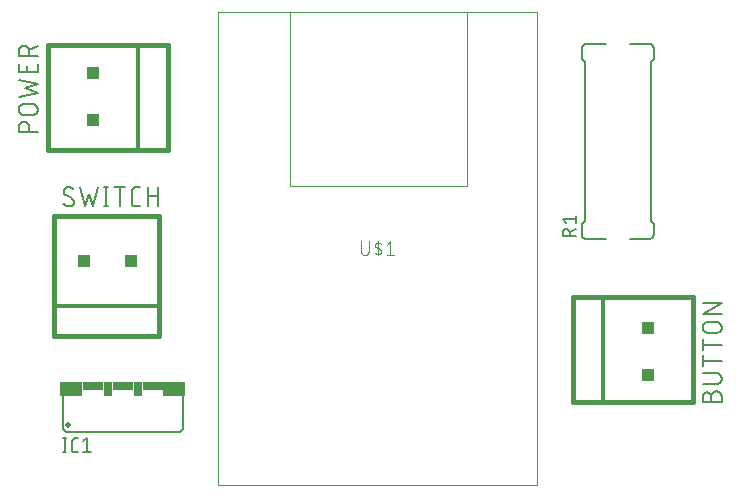
<source format=gbr>
G04 EAGLE Gerber RS-274X export*
G75*
%MOMM*%
%FSLAX34Y34*%
%LPD*%
%INSilkscreen Top*%
%IPPOS*%
%AMOC8*
5,1,8,0,0,1.08239X$1,22.5*%
G01*
%ADD10C,0.100000*%
%ADD11C,0.101600*%
%ADD12C,0.406400*%
%ADD13C,0.304800*%
%ADD14R,1.016000X1.016000*%
%ADD15C,0.152400*%
%ADD16C,0.127000*%
%ADD17C,0.508000*%
%ADD18R,1.906781X1.270419*%
%ADD19R,1.783309X0.763181*%
%ADD20R,0.764781X1.272141*%
%ADD21R,1.779569X0.763344*%
%ADD22R,0.761613X1.270559*%
%ADD23R,1.775409X0.763194*%
%ADD24R,1.900850X1.271541*%


D10*
X119000Y572900D02*
X389000Y572900D01*
X389000Y972900D01*
X119000Y972900D01*
X119000Y572900D01*
X179700Y825500D02*
X179700Y972900D01*
X329700Y972900D02*
X329700Y825500D01*
X179700Y825500D01*
D11*
X239896Y778742D02*
X239896Y770304D01*
X239898Y770191D01*
X239904Y770078D01*
X239914Y769965D01*
X239928Y769852D01*
X239945Y769740D01*
X239967Y769629D01*
X239992Y769519D01*
X240022Y769409D01*
X240055Y769301D01*
X240092Y769194D01*
X240132Y769088D01*
X240177Y768984D01*
X240225Y768881D01*
X240276Y768780D01*
X240331Y768681D01*
X240389Y768584D01*
X240451Y768489D01*
X240516Y768396D01*
X240584Y768306D01*
X240655Y768218D01*
X240730Y768132D01*
X240807Y768049D01*
X240887Y767969D01*
X240970Y767892D01*
X241056Y767817D01*
X241144Y767746D01*
X241234Y767678D01*
X241327Y767613D01*
X241422Y767551D01*
X241519Y767493D01*
X241618Y767438D01*
X241719Y767387D01*
X241822Y767339D01*
X241926Y767294D01*
X242032Y767254D01*
X242139Y767217D01*
X242247Y767184D01*
X242357Y767154D01*
X242467Y767129D01*
X242578Y767107D01*
X242690Y767090D01*
X242803Y767076D01*
X242916Y767066D01*
X243029Y767060D01*
X243142Y767058D01*
X243255Y767060D01*
X243368Y767066D01*
X243481Y767076D01*
X243594Y767090D01*
X243706Y767107D01*
X243817Y767129D01*
X243927Y767154D01*
X244037Y767184D01*
X244145Y767217D01*
X244252Y767254D01*
X244358Y767294D01*
X244462Y767339D01*
X244565Y767387D01*
X244666Y767438D01*
X244765Y767493D01*
X244862Y767551D01*
X244957Y767613D01*
X245050Y767678D01*
X245140Y767746D01*
X245228Y767817D01*
X245314Y767892D01*
X245397Y767969D01*
X245477Y768049D01*
X245554Y768132D01*
X245629Y768218D01*
X245700Y768306D01*
X245768Y768396D01*
X245833Y768489D01*
X245895Y768584D01*
X245953Y768681D01*
X246008Y768780D01*
X246059Y768881D01*
X246107Y768984D01*
X246152Y769088D01*
X246192Y769194D01*
X246229Y769301D01*
X246262Y769409D01*
X246292Y769519D01*
X246317Y769629D01*
X246339Y769740D01*
X246356Y769852D01*
X246370Y769965D01*
X246380Y770078D01*
X246386Y770191D01*
X246388Y770304D01*
X246387Y770304D02*
X246387Y778742D01*
X254191Y778742D02*
X254191Y767058D01*
X254191Y772900D02*
X252568Y773874D01*
X252567Y773873D02*
X252494Y773920D01*
X252423Y773969D01*
X252353Y774022D01*
X252287Y774078D01*
X252223Y774137D01*
X252161Y774198D01*
X252103Y774262D01*
X252047Y774329D01*
X251995Y774398D01*
X251945Y774470D01*
X251899Y774544D01*
X251856Y774619D01*
X251817Y774697D01*
X251781Y774776D01*
X251749Y774857D01*
X251720Y774939D01*
X251695Y775022D01*
X251674Y775106D01*
X251657Y775191D01*
X251643Y775277D01*
X251634Y775363D01*
X251628Y775450D01*
X251626Y775537D01*
X251628Y775624D01*
X251634Y775711D01*
X251644Y775797D01*
X251657Y775883D01*
X251675Y775968D01*
X251696Y776052D01*
X251721Y776135D01*
X251750Y776218D01*
X251782Y776298D01*
X251818Y776377D01*
X251857Y776455D01*
X251900Y776530D01*
X251947Y776604D01*
X251996Y776675D01*
X252049Y776745D01*
X252104Y776811D01*
X252163Y776875D01*
X252224Y776937D01*
X252289Y776996D01*
X252355Y777051D01*
X252424Y777104D01*
X252496Y777154D01*
X252569Y777200D01*
X252645Y777243D01*
X252722Y777282D01*
X252801Y777318D01*
X252882Y777351D01*
X252964Y777379D01*
X253047Y777405D01*
X253131Y777426D01*
X253217Y777443D01*
X253217Y777444D02*
X253357Y777468D01*
X253499Y777488D01*
X253640Y777504D01*
X253782Y777515D01*
X253925Y777523D01*
X254067Y777527D01*
X254210Y777528D01*
X254353Y777524D01*
X254495Y777516D01*
X254637Y777504D01*
X254779Y777488D01*
X254920Y777469D01*
X255061Y777445D01*
X255201Y777418D01*
X255340Y777386D01*
X255478Y777351D01*
X255616Y777312D01*
X255752Y777269D01*
X255886Y777223D01*
X256020Y777172D01*
X256152Y777119D01*
X256282Y777061D01*
X256411Y777000D01*
X256538Y776935D01*
X256664Y776867D01*
X256787Y776795D01*
X254191Y772900D02*
X255813Y771926D01*
X255814Y771927D02*
X255887Y771880D01*
X255958Y771831D01*
X256028Y771778D01*
X256094Y771722D01*
X256158Y771663D01*
X256220Y771602D01*
X256278Y771538D01*
X256334Y771471D01*
X256386Y771402D01*
X256436Y771330D01*
X256482Y771256D01*
X256525Y771181D01*
X256564Y771103D01*
X256600Y771024D01*
X256632Y770943D01*
X256661Y770861D01*
X256686Y770778D01*
X256707Y770694D01*
X256724Y770609D01*
X256738Y770523D01*
X256747Y770437D01*
X256753Y770350D01*
X256755Y770263D01*
X256753Y770176D01*
X256747Y770089D01*
X256737Y770003D01*
X256724Y769917D01*
X256706Y769832D01*
X256685Y769748D01*
X256660Y769665D01*
X256631Y769582D01*
X256599Y769502D01*
X256563Y769423D01*
X256524Y769345D01*
X256481Y769270D01*
X256434Y769196D01*
X256385Y769125D01*
X256332Y769055D01*
X256277Y768989D01*
X256218Y768925D01*
X256157Y768863D01*
X256092Y768804D01*
X256026Y768749D01*
X255957Y768696D01*
X255885Y768646D01*
X255812Y768600D01*
X255736Y768557D01*
X255659Y768518D01*
X255580Y768482D01*
X255499Y768449D01*
X255417Y768421D01*
X255334Y768395D01*
X255250Y768374D01*
X255165Y768357D01*
X255164Y768356D02*
X255024Y768332D01*
X254882Y768312D01*
X254741Y768296D01*
X254599Y768285D01*
X254456Y768277D01*
X254314Y768273D01*
X254171Y768272D01*
X254028Y768276D01*
X253886Y768284D01*
X253744Y768296D01*
X253602Y768312D01*
X253461Y768331D01*
X253320Y768355D01*
X253180Y768382D01*
X253041Y768414D01*
X252903Y768449D01*
X252765Y768488D01*
X252629Y768531D01*
X252495Y768577D01*
X252361Y768628D01*
X252229Y768681D01*
X252099Y768739D01*
X251970Y768800D01*
X251843Y768865D01*
X251717Y768933D01*
X251594Y769005D01*
X261613Y776146D02*
X264858Y778742D01*
X264858Y767058D01*
X261613Y767058D02*
X268104Y767058D01*
D12*
X76200Y855980D02*
X50800Y855980D01*
X-25400Y855980D01*
X-25400Y944880D01*
X76200Y944880D02*
X76200Y855980D01*
D13*
X50800Y855980D02*
X50800Y944880D01*
D12*
X-25400Y944880D01*
X50800Y944880D02*
X76200Y944880D01*
D14*
X12700Y881888D03*
X12700Y921512D03*
D15*
X-33782Y871105D02*
X-50038Y871105D01*
X-50038Y875621D01*
X-50036Y875754D01*
X-50030Y875886D01*
X-50020Y876018D01*
X-50007Y876150D01*
X-49989Y876282D01*
X-49968Y876412D01*
X-49943Y876543D01*
X-49914Y876672D01*
X-49881Y876800D01*
X-49845Y876928D01*
X-49805Y877054D01*
X-49761Y877179D01*
X-49713Y877303D01*
X-49662Y877425D01*
X-49607Y877546D01*
X-49549Y877665D01*
X-49487Y877783D01*
X-49422Y877898D01*
X-49353Y878012D01*
X-49282Y878123D01*
X-49206Y878232D01*
X-49128Y878339D01*
X-49047Y878444D01*
X-48962Y878546D01*
X-48875Y878646D01*
X-48785Y878743D01*
X-48692Y878838D01*
X-48596Y878929D01*
X-48498Y879018D01*
X-48397Y879104D01*
X-48293Y879187D01*
X-48187Y879267D01*
X-48079Y879343D01*
X-47969Y879417D01*
X-47856Y879487D01*
X-47742Y879554D01*
X-47625Y879617D01*
X-47507Y879677D01*
X-47387Y879734D01*
X-47265Y879787D01*
X-47142Y879836D01*
X-47018Y879882D01*
X-46892Y879924D01*
X-46765Y879962D01*
X-46637Y879997D01*
X-46508Y880028D01*
X-46379Y880055D01*
X-46248Y880078D01*
X-46117Y880098D01*
X-45985Y880113D01*
X-45853Y880125D01*
X-45721Y880133D01*
X-45588Y880137D01*
X-45456Y880137D01*
X-45323Y880133D01*
X-45191Y880125D01*
X-45059Y880113D01*
X-44927Y880098D01*
X-44796Y880078D01*
X-44665Y880055D01*
X-44536Y880028D01*
X-44407Y879997D01*
X-44279Y879962D01*
X-44152Y879924D01*
X-44026Y879882D01*
X-43902Y879836D01*
X-43779Y879787D01*
X-43657Y879734D01*
X-43537Y879677D01*
X-43419Y879617D01*
X-43302Y879554D01*
X-43188Y879487D01*
X-43075Y879417D01*
X-42965Y879343D01*
X-42857Y879267D01*
X-42751Y879187D01*
X-42647Y879104D01*
X-42546Y879018D01*
X-42448Y878929D01*
X-42352Y878838D01*
X-42259Y878743D01*
X-42169Y878646D01*
X-42082Y878546D01*
X-41997Y878444D01*
X-41916Y878339D01*
X-41838Y878232D01*
X-41762Y878123D01*
X-41691Y878012D01*
X-41622Y877898D01*
X-41557Y877783D01*
X-41495Y877665D01*
X-41437Y877546D01*
X-41382Y877425D01*
X-41331Y877303D01*
X-41283Y877179D01*
X-41239Y877054D01*
X-41199Y876928D01*
X-41163Y876800D01*
X-41130Y876672D01*
X-41101Y876543D01*
X-41076Y876412D01*
X-41055Y876282D01*
X-41037Y876150D01*
X-41024Y876018D01*
X-41014Y875886D01*
X-41008Y875754D01*
X-41006Y875621D01*
X-41007Y875621D02*
X-41007Y871105D01*
X-38298Y886004D02*
X-45522Y886004D01*
X-45655Y886006D01*
X-45787Y886012D01*
X-45919Y886022D01*
X-46051Y886035D01*
X-46183Y886053D01*
X-46313Y886074D01*
X-46444Y886099D01*
X-46573Y886128D01*
X-46701Y886161D01*
X-46829Y886197D01*
X-46955Y886237D01*
X-47080Y886281D01*
X-47204Y886329D01*
X-47326Y886380D01*
X-47447Y886435D01*
X-47566Y886493D01*
X-47684Y886555D01*
X-47799Y886620D01*
X-47913Y886689D01*
X-48024Y886760D01*
X-48133Y886836D01*
X-48240Y886914D01*
X-48345Y886995D01*
X-48447Y887080D01*
X-48547Y887167D01*
X-48644Y887257D01*
X-48739Y887350D01*
X-48830Y887446D01*
X-48919Y887544D01*
X-49005Y887645D01*
X-49088Y887749D01*
X-49168Y887855D01*
X-49244Y887963D01*
X-49318Y888073D01*
X-49388Y888186D01*
X-49455Y888300D01*
X-49518Y888417D01*
X-49578Y888535D01*
X-49635Y888655D01*
X-49688Y888777D01*
X-49737Y888900D01*
X-49783Y889024D01*
X-49825Y889150D01*
X-49863Y889277D01*
X-49898Y889405D01*
X-49929Y889534D01*
X-49956Y889663D01*
X-49979Y889794D01*
X-49999Y889925D01*
X-50014Y890057D01*
X-50026Y890189D01*
X-50034Y890321D01*
X-50038Y890454D01*
X-50038Y890586D01*
X-50034Y890719D01*
X-50026Y890851D01*
X-50014Y890983D01*
X-49999Y891115D01*
X-49979Y891246D01*
X-49956Y891377D01*
X-49929Y891506D01*
X-49898Y891635D01*
X-49863Y891763D01*
X-49825Y891890D01*
X-49783Y892016D01*
X-49737Y892140D01*
X-49688Y892263D01*
X-49635Y892385D01*
X-49578Y892505D01*
X-49518Y892623D01*
X-49455Y892740D01*
X-49388Y892854D01*
X-49318Y892967D01*
X-49244Y893077D01*
X-49168Y893185D01*
X-49088Y893291D01*
X-49005Y893395D01*
X-48919Y893496D01*
X-48830Y893594D01*
X-48739Y893690D01*
X-48644Y893783D01*
X-48547Y893873D01*
X-48447Y893960D01*
X-48345Y894045D01*
X-48240Y894126D01*
X-48133Y894204D01*
X-48024Y894280D01*
X-47913Y894351D01*
X-47799Y894420D01*
X-47684Y894485D01*
X-47566Y894547D01*
X-47447Y894605D01*
X-47326Y894660D01*
X-47204Y894711D01*
X-47080Y894759D01*
X-46955Y894803D01*
X-46829Y894843D01*
X-46701Y894879D01*
X-46573Y894912D01*
X-46444Y894941D01*
X-46313Y894966D01*
X-46183Y894987D01*
X-46051Y895005D01*
X-45919Y895018D01*
X-45787Y895028D01*
X-45655Y895034D01*
X-45522Y895036D01*
X-38298Y895036D01*
X-38165Y895034D01*
X-38033Y895028D01*
X-37901Y895018D01*
X-37769Y895005D01*
X-37637Y894987D01*
X-37507Y894966D01*
X-37376Y894941D01*
X-37247Y894912D01*
X-37119Y894879D01*
X-36991Y894843D01*
X-36865Y894803D01*
X-36740Y894759D01*
X-36616Y894711D01*
X-36494Y894660D01*
X-36373Y894605D01*
X-36254Y894547D01*
X-36136Y894485D01*
X-36021Y894420D01*
X-35907Y894351D01*
X-35796Y894280D01*
X-35687Y894204D01*
X-35580Y894126D01*
X-35475Y894045D01*
X-35373Y893960D01*
X-35273Y893873D01*
X-35176Y893783D01*
X-35081Y893690D01*
X-34990Y893594D01*
X-34901Y893496D01*
X-34815Y893395D01*
X-34732Y893291D01*
X-34652Y893185D01*
X-34576Y893077D01*
X-34502Y892967D01*
X-34432Y892854D01*
X-34365Y892740D01*
X-34302Y892623D01*
X-34242Y892505D01*
X-34185Y892385D01*
X-34132Y892263D01*
X-34083Y892140D01*
X-34037Y892016D01*
X-33995Y891890D01*
X-33957Y891763D01*
X-33922Y891635D01*
X-33891Y891506D01*
X-33864Y891377D01*
X-33841Y891246D01*
X-33821Y891115D01*
X-33806Y890983D01*
X-33794Y890851D01*
X-33786Y890719D01*
X-33782Y890586D01*
X-33782Y890454D01*
X-33786Y890321D01*
X-33794Y890189D01*
X-33806Y890057D01*
X-33821Y889925D01*
X-33841Y889794D01*
X-33864Y889663D01*
X-33891Y889534D01*
X-33922Y889405D01*
X-33957Y889277D01*
X-33995Y889150D01*
X-34037Y889024D01*
X-34083Y888900D01*
X-34132Y888777D01*
X-34185Y888655D01*
X-34242Y888535D01*
X-34302Y888417D01*
X-34365Y888300D01*
X-34432Y888186D01*
X-34502Y888073D01*
X-34576Y887963D01*
X-34652Y887855D01*
X-34732Y887749D01*
X-34815Y887645D01*
X-34901Y887544D01*
X-34990Y887446D01*
X-35081Y887350D01*
X-35176Y887257D01*
X-35273Y887167D01*
X-35373Y887080D01*
X-35475Y886995D01*
X-35580Y886914D01*
X-35687Y886836D01*
X-35796Y886760D01*
X-35907Y886689D01*
X-36021Y886620D01*
X-36136Y886555D01*
X-36254Y886493D01*
X-36373Y886435D01*
X-36494Y886380D01*
X-36616Y886329D01*
X-36740Y886281D01*
X-36865Y886237D01*
X-36991Y886197D01*
X-37119Y886161D01*
X-37247Y886128D01*
X-37376Y886099D01*
X-37507Y886074D01*
X-37637Y886053D01*
X-37769Y886035D01*
X-37901Y886022D01*
X-38033Y886012D01*
X-38165Y886006D01*
X-38298Y886004D01*
X-50038Y901011D02*
X-33782Y904623D01*
X-44619Y908235D01*
X-33782Y911848D01*
X-50038Y915460D01*
X-33782Y921986D02*
X-33782Y929211D01*
X-33782Y921986D02*
X-50038Y921986D01*
X-50038Y929211D01*
X-42813Y927405D02*
X-42813Y921986D01*
X-50038Y935595D02*
X-33782Y935595D01*
X-50038Y935595D02*
X-50038Y940110D01*
X-50036Y940243D01*
X-50030Y940375D01*
X-50020Y940507D01*
X-50007Y940639D01*
X-49989Y940771D01*
X-49968Y940901D01*
X-49943Y941032D01*
X-49914Y941161D01*
X-49881Y941289D01*
X-49845Y941417D01*
X-49805Y941543D01*
X-49761Y941668D01*
X-49713Y941792D01*
X-49662Y941914D01*
X-49607Y942035D01*
X-49549Y942154D01*
X-49487Y942272D01*
X-49422Y942387D01*
X-49353Y942501D01*
X-49282Y942612D01*
X-49206Y942721D01*
X-49128Y942828D01*
X-49047Y942933D01*
X-48962Y943035D01*
X-48875Y943135D01*
X-48785Y943232D01*
X-48692Y943327D01*
X-48596Y943418D01*
X-48498Y943507D01*
X-48397Y943593D01*
X-48293Y943676D01*
X-48187Y943756D01*
X-48079Y943832D01*
X-47969Y943906D01*
X-47856Y943976D01*
X-47742Y944043D01*
X-47625Y944106D01*
X-47507Y944166D01*
X-47387Y944223D01*
X-47265Y944276D01*
X-47142Y944325D01*
X-47018Y944371D01*
X-46892Y944413D01*
X-46765Y944451D01*
X-46637Y944486D01*
X-46508Y944517D01*
X-46379Y944544D01*
X-46248Y944567D01*
X-46117Y944587D01*
X-45985Y944602D01*
X-45853Y944614D01*
X-45721Y944622D01*
X-45588Y944626D01*
X-45456Y944626D01*
X-45323Y944622D01*
X-45191Y944614D01*
X-45059Y944602D01*
X-44927Y944587D01*
X-44796Y944567D01*
X-44665Y944544D01*
X-44536Y944517D01*
X-44407Y944486D01*
X-44279Y944451D01*
X-44152Y944413D01*
X-44026Y944371D01*
X-43902Y944325D01*
X-43779Y944276D01*
X-43657Y944223D01*
X-43537Y944166D01*
X-43419Y944106D01*
X-43302Y944043D01*
X-43188Y943976D01*
X-43075Y943906D01*
X-42965Y943832D01*
X-42857Y943756D01*
X-42751Y943676D01*
X-42647Y943593D01*
X-42546Y943507D01*
X-42448Y943418D01*
X-42352Y943327D01*
X-42259Y943232D01*
X-42169Y943135D01*
X-42082Y943035D01*
X-41997Y942933D01*
X-41916Y942828D01*
X-41838Y942721D01*
X-41762Y942612D01*
X-41691Y942501D01*
X-41622Y942387D01*
X-41557Y942272D01*
X-41495Y942154D01*
X-41437Y942035D01*
X-41382Y941914D01*
X-41331Y941792D01*
X-41283Y941668D01*
X-41239Y941543D01*
X-41199Y941417D01*
X-41163Y941289D01*
X-41130Y941161D01*
X-41101Y941032D01*
X-41076Y940901D01*
X-41055Y940771D01*
X-41037Y940639D01*
X-41024Y940507D01*
X-41014Y940375D01*
X-41008Y940243D01*
X-41006Y940110D01*
X-41007Y940110D02*
X-41007Y935595D01*
X-41007Y941014D02*
X-33782Y944626D01*
D12*
X419100Y731520D02*
X444500Y731520D01*
X520700Y731520D01*
X520700Y642620D01*
X419100Y642620D02*
X419100Y731520D01*
D13*
X444500Y731520D02*
X444500Y642620D01*
D12*
X520700Y642620D01*
X444500Y642620D02*
X419100Y642620D01*
D14*
X482600Y705612D03*
X482600Y665988D03*
D15*
X536307Y647390D02*
X536307Y642874D01*
X536306Y647390D02*
X536308Y647523D01*
X536314Y647655D01*
X536324Y647787D01*
X536337Y647919D01*
X536355Y648051D01*
X536376Y648181D01*
X536401Y648312D01*
X536430Y648441D01*
X536463Y648569D01*
X536499Y648697D01*
X536539Y648823D01*
X536583Y648948D01*
X536631Y649072D01*
X536682Y649194D01*
X536737Y649315D01*
X536795Y649434D01*
X536857Y649552D01*
X536922Y649667D01*
X536991Y649781D01*
X537062Y649892D01*
X537138Y650001D01*
X537216Y650108D01*
X537297Y650213D01*
X537382Y650315D01*
X537469Y650415D01*
X537559Y650512D01*
X537652Y650607D01*
X537748Y650698D01*
X537846Y650787D01*
X537947Y650873D01*
X538051Y650956D01*
X538157Y651036D01*
X538265Y651112D01*
X538375Y651186D01*
X538488Y651256D01*
X538602Y651323D01*
X538719Y651386D01*
X538837Y651446D01*
X538957Y651503D01*
X539079Y651556D01*
X539202Y651605D01*
X539326Y651651D01*
X539452Y651693D01*
X539579Y651731D01*
X539707Y651766D01*
X539836Y651797D01*
X539965Y651824D01*
X540096Y651847D01*
X540227Y651867D01*
X540359Y651882D01*
X540491Y651894D01*
X540623Y651902D01*
X540756Y651906D01*
X540888Y651906D01*
X541021Y651902D01*
X541153Y651894D01*
X541285Y651882D01*
X541417Y651867D01*
X541548Y651847D01*
X541679Y651824D01*
X541808Y651797D01*
X541937Y651766D01*
X542065Y651731D01*
X542192Y651693D01*
X542318Y651651D01*
X542442Y651605D01*
X542565Y651556D01*
X542687Y651503D01*
X542807Y651446D01*
X542925Y651386D01*
X543042Y651323D01*
X543156Y651256D01*
X543269Y651186D01*
X543379Y651112D01*
X543487Y651036D01*
X543593Y650956D01*
X543697Y650873D01*
X543798Y650787D01*
X543896Y650698D01*
X543992Y650607D01*
X544085Y650512D01*
X544175Y650415D01*
X544262Y650315D01*
X544347Y650213D01*
X544428Y650108D01*
X544506Y650001D01*
X544582Y649892D01*
X544653Y649781D01*
X544722Y649667D01*
X544787Y649552D01*
X544849Y649434D01*
X544907Y649315D01*
X544962Y649194D01*
X545013Y649072D01*
X545061Y648948D01*
X545105Y648823D01*
X545145Y648697D01*
X545181Y648569D01*
X545214Y648441D01*
X545243Y648312D01*
X545268Y648181D01*
X545289Y648051D01*
X545307Y647919D01*
X545320Y647787D01*
X545330Y647655D01*
X545336Y647523D01*
X545338Y647390D01*
X545338Y642874D01*
X529082Y642874D01*
X529082Y647390D01*
X529084Y647509D01*
X529090Y647629D01*
X529100Y647748D01*
X529114Y647866D01*
X529131Y647985D01*
X529153Y648102D01*
X529178Y648219D01*
X529208Y648334D01*
X529241Y648449D01*
X529278Y648563D01*
X529318Y648675D01*
X529363Y648786D01*
X529411Y648895D01*
X529462Y649003D01*
X529517Y649109D01*
X529576Y649213D01*
X529638Y649315D01*
X529703Y649415D01*
X529772Y649513D01*
X529844Y649609D01*
X529919Y649702D01*
X529996Y649792D01*
X530077Y649880D01*
X530161Y649965D01*
X530248Y650047D01*
X530337Y650127D01*
X530429Y650203D01*
X530523Y650277D01*
X530620Y650347D01*
X530718Y650414D01*
X530819Y650478D01*
X530923Y650538D01*
X531028Y650595D01*
X531135Y650648D01*
X531243Y650698D01*
X531353Y650744D01*
X531465Y650786D01*
X531578Y650825D01*
X531692Y650860D01*
X531807Y650891D01*
X531924Y650919D01*
X532041Y650942D01*
X532158Y650962D01*
X532277Y650978D01*
X532396Y650990D01*
X532515Y650998D01*
X532634Y651002D01*
X532754Y651002D01*
X532873Y650998D01*
X532992Y650990D01*
X533111Y650978D01*
X533230Y650962D01*
X533347Y650942D01*
X533464Y650919D01*
X533581Y650891D01*
X533696Y650860D01*
X533810Y650825D01*
X533923Y650786D01*
X534035Y650744D01*
X534145Y650698D01*
X534253Y650648D01*
X534360Y650595D01*
X534465Y650538D01*
X534569Y650478D01*
X534670Y650414D01*
X534768Y650347D01*
X534865Y650277D01*
X534959Y650203D01*
X535051Y650127D01*
X535140Y650047D01*
X535227Y649965D01*
X535311Y649880D01*
X535392Y649792D01*
X535469Y649702D01*
X535544Y649609D01*
X535616Y649513D01*
X535685Y649415D01*
X535750Y649315D01*
X535812Y649213D01*
X535871Y649109D01*
X535926Y649003D01*
X535977Y648895D01*
X536025Y648786D01*
X536070Y648675D01*
X536110Y648563D01*
X536147Y648449D01*
X536180Y648334D01*
X536210Y648219D01*
X536235Y648102D01*
X536257Y647985D01*
X536274Y647866D01*
X536288Y647748D01*
X536298Y647629D01*
X536304Y647509D01*
X536306Y647390D01*
X540822Y658294D02*
X529082Y658294D01*
X540822Y658294D02*
X540955Y658296D01*
X541087Y658302D01*
X541219Y658312D01*
X541351Y658325D01*
X541483Y658343D01*
X541613Y658364D01*
X541744Y658389D01*
X541873Y658418D01*
X542001Y658451D01*
X542129Y658487D01*
X542255Y658527D01*
X542380Y658571D01*
X542504Y658619D01*
X542626Y658670D01*
X542747Y658725D01*
X542866Y658783D01*
X542984Y658845D01*
X543099Y658910D01*
X543213Y658979D01*
X543324Y659050D01*
X543433Y659126D01*
X543540Y659204D01*
X543645Y659285D01*
X543747Y659370D01*
X543847Y659457D01*
X543944Y659547D01*
X544039Y659640D01*
X544130Y659736D01*
X544219Y659834D01*
X544305Y659935D01*
X544388Y660039D01*
X544468Y660145D01*
X544544Y660253D01*
X544618Y660363D01*
X544688Y660476D01*
X544755Y660590D01*
X544818Y660707D01*
X544878Y660825D01*
X544935Y660945D01*
X544988Y661067D01*
X545037Y661190D01*
X545083Y661314D01*
X545125Y661440D01*
X545163Y661567D01*
X545198Y661695D01*
X545229Y661824D01*
X545256Y661953D01*
X545279Y662084D01*
X545299Y662215D01*
X545314Y662347D01*
X545326Y662479D01*
X545334Y662611D01*
X545338Y662744D01*
X545338Y662876D01*
X545334Y663009D01*
X545326Y663141D01*
X545314Y663273D01*
X545299Y663405D01*
X545279Y663536D01*
X545256Y663667D01*
X545229Y663796D01*
X545198Y663925D01*
X545163Y664053D01*
X545125Y664180D01*
X545083Y664306D01*
X545037Y664430D01*
X544988Y664553D01*
X544935Y664675D01*
X544878Y664795D01*
X544818Y664913D01*
X544755Y665030D01*
X544688Y665144D01*
X544618Y665257D01*
X544544Y665367D01*
X544468Y665475D01*
X544388Y665581D01*
X544305Y665685D01*
X544219Y665786D01*
X544130Y665884D01*
X544039Y665980D01*
X543944Y666073D01*
X543847Y666163D01*
X543747Y666250D01*
X543645Y666335D01*
X543540Y666416D01*
X543433Y666494D01*
X543324Y666570D01*
X543213Y666641D01*
X543099Y666710D01*
X542984Y666775D01*
X542866Y666837D01*
X542747Y666895D01*
X542626Y666950D01*
X542504Y667001D01*
X542380Y667049D01*
X542255Y667093D01*
X542129Y667133D01*
X542001Y667169D01*
X541873Y667202D01*
X541744Y667231D01*
X541613Y667256D01*
X541483Y667277D01*
X541351Y667295D01*
X541219Y667308D01*
X541087Y667318D01*
X540955Y667324D01*
X540822Y667326D01*
X540822Y667325D02*
X529082Y667325D01*
X529082Y677920D02*
X545338Y677920D01*
X529082Y673405D02*
X529082Y682436D01*
X529082Y691467D02*
X545338Y691467D01*
X529082Y686952D02*
X529082Y695983D01*
X533598Y701541D02*
X540822Y701541D01*
X533598Y701540D02*
X533465Y701542D01*
X533333Y701548D01*
X533201Y701558D01*
X533069Y701571D01*
X532937Y701589D01*
X532807Y701610D01*
X532676Y701635D01*
X532547Y701664D01*
X532419Y701697D01*
X532291Y701733D01*
X532165Y701773D01*
X532040Y701817D01*
X531916Y701865D01*
X531794Y701916D01*
X531673Y701971D01*
X531554Y702029D01*
X531436Y702091D01*
X531321Y702156D01*
X531207Y702225D01*
X531096Y702296D01*
X530987Y702372D01*
X530880Y702450D01*
X530775Y702531D01*
X530673Y702616D01*
X530573Y702703D01*
X530476Y702793D01*
X530381Y702886D01*
X530290Y702982D01*
X530201Y703080D01*
X530115Y703181D01*
X530032Y703285D01*
X529952Y703391D01*
X529876Y703499D01*
X529802Y703609D01*
X529732Y703722D01*
X529665Y703836D01*
X529602Y703953D01*
X529542Y704071D01*
X529485Y704191D01*
X529432Y704313D01*
X529383Y704436D01*
X529337Y704560D01*
X529295Y704686D01*
X529257Y704813D01*
X529222Y704941D01*
X529191Y705070D01*
X529164Y705199D01*
X529141Y705330D01*
X529121Y705461D01*
X529106Y705593D01*
X529094Y705725D01*
X529086Y705857D01*
X529082Y705990D01*
X529082Y706122D01*
X529086Y706255D01*
X529094Y706387D01*
X529106Y706519D01*
X529121Y706651D01*
X529141Y706782D01*
X529164Y706913D01*
X529191Y707042D01*
X529222Y707171D01*
X529257Y707299D01*
X529295Y707426D01*
X529337Y707552D01*
X529383Y707676D01*
X529432Y707799D01*
X529485Y707921D01*
X529542Y708041D01*
X529602Y708159D01*
X529665Y708276D01*
X529732Y708390D01*
X529802Y708503D01*
X529876Y708613D01*
X529952Y708721D01*
X530032Y708827D01*
X530115Y708931D01*
X530201Y709032D01*
X530290Y709130D01*
X530381Y709226D01*
X530476Y709319D01*
X530573Y709409D01*
X530673Y709496D01*
X530775Y709581D01*
X530880Y709662D01*
X530987Y709740D01*
X531096Y709816D01*
X531207Y709887D01*
X531321Y709956D01*
X531436Y710021D01*
X531554Y710083D01*
X531673Y710141D01*
X531794Y710196D01*
X531916Y710247D01*
X532040Y710295D01*
X532165Y710339D01*
X532291Y710379D01*
X532419Y710415D01*
X532547Y710448D01*
X532676Y710477D01*
X532807Y710502D01*
X532937Y710523D01*
X533069Y710541D01*
X533201Y710554D01*
X533333Y710564D01*
X533465Y710570D01*
X533598Y710572D01*
X540822Y710572D01*
X540955Y710570D01*
X541087Y710564D01*
X541219Y710554D01*
X541351Y710541D01*
X541483Y710523D01*
X541613Y710502D01*
X541744Y710477D01*
X541873Y710448D01*
X542001Y710415D01*
X542129Y710379D01*
X542255Y710339D01*
X542380Y710295D01*
X542504Y710247D01*
X542626Y710196D01*
X542747Y710141D01*
X542866Y710083D01*
X542984Y710021D01*
X543099Y709956D01*
X543213Y709887D01*
X543324Y709816D01*
X543433Y709740D01*
X543540Y709662D01*
X543645Y709581D01*
X543747Y709496D01*
X543847Y709409D01*
X543944Y709319D01*
X544039Y709226D01*
X544130Y709130D01*
X544219Y709032D01*
X544305Y708931D01*
X544388Y708827D01*
X544468Y708721D01*
X544544Y708613D01*
X544618Y708503D01*
X544688Y708390D01*
X544755Y708276D01*
X544818Y708159D01*
X544878Y708041D01*
X544935Y707921D01*
X544988Y707799D01*
X545037Y707676D01*
X545083Y707552D01*
X545125Y707426D01*
X545163Y707299D01*
X545198Y707171D01*
X545229Y707042D01*
X545256Y706913D01*
X545279Y706782D01*
X545299Y706651D01*
X545314Y706519D01*
X545326Y706387D01*
X545334Y706255D01*
X545338Y706122D01*
X545338Y705990D01*
X545334Y705857D01*
X545326Y705725D01*
X545314Y705593D01*
X545299Y705461D01*
X545279Y705330D01*
X545256Y705199D01*
X545229Y705070D01*
X545198Y704941D01*
X545163Y704813D01*
X545125Y704686D01*
X545083Y704560D01*
X545037Y704436D01*
X544988Y704313D01*
X544935Y704191D01*
X544878Y704071D01*
X544818Y703953D01*
X544755Y703836D01*
X544688Y703722D01*
X544618Y703609D01*
X544544Y703499D01*
X544468Y703391D01*
X544388Y703285D01*
X544305Y703181D01*
X544219Y703080D01*
X544130Y702982D01*
X544039Y702886D01*
X543944Y702793D01*
X543847Y702703D01*
X543747Y702616D01*
X543645Y702531D01*
X543540Y702450D01*
X543433Y702372D01*
X543324Y702296D01*
X543213Y702225D01*
X543099Y702156D01*
X542984Y702091D01*
X542866Y702029D01*
X542747Y701971D01*
X542626Y701916D01*
X542504Y701865D01*
X542380Y701817D01*
X542255Y701773D01*
X542129Y701733D01*
X542001Y701697D01*
X541873Y701664D01*
X541744Y701635D01*
X541613Y701610D01*
X541483Y701589D01*
X541351Y701571D01*
X541219Y701558D01*
X541087Y701548D01*
X540955Y701542D01*
X540822Y701540D01*
X545338Y717693D02*
X529082Y717693D01*
X545338Y726724D01*
X529082Y726724D01*
X426720Y784860D02*
X426720Y793750D01*
X429260Y796290D01*
X487680Y793750D02*
X487680Y784860D01*
X487680Y793750D02*
X485140Y796290D01*
X429260Y930910D02*
X426720Y933450D01*
X429260Y930910D02*
X429260Y796290D01*
X485140Y930910D02*
X487680Y933450D01*
X485140Y930910D02*
X485140Y796290D01*
X426720Y933450D02*
X426720Y942340D01*
X487680Y942340D02*
X487680Y933450D01*
X483870Y781050D02*
X467360Y781050D01*
X447040Y781050D02*
X430530Y781050D01*
X467360Y946150D02*
X483870Y946150D01*
X447040Y946150D02*
X430530Y946150D01*
X426720Y784860D02*
X426722Y784738D01*
X426728Y784616D01*
X426738Y784494D01*
X426751Y784373D01*
X426769Y784252D01*
X426790Y784132D01*
X426816Y784012D01*
X426845Y783894D01*
X426877Y783776D01*
X426914Y783659D01*
X426954Y783544D01*
X426998Y783430D01*
X427046Y783318D01*
X427097Y783207D01*
X427152Y783098D01*
X427210Y782990D01*
X427272Y782885D01*
X427337Y782782D01*
X427405Y782680D01*
X427477Y782581D01*
X427551Y782485D01*
X427629Y782390D01*
X427710Y782299D01*
X427793Y782209D01*
X427879Y782123D01*
X427969Y782040D01*
X428060Y781959D01*
X428155Y781881D01*
X428251Y781807D01*
X428350Y781735D01*
X428452Y781667D01*
X428555Y781602D01*
X428660Y781540D01*
X428768Y781482D01*
X428877Y781427D01*
X428988Y781376D01*
X429100Y781328D01*
X429214Y781284D01*
X429329Y781244D01*
X429446Y781207D01*
X429564Y781175D01*
X429682Y781146D01*
X429802Y781120D01*
X429922Y781099D01*
X430043Y781081D01*
X430164Y781068D01*
X430286Y781058D01*
X430408Y781052D01*
X430530Y781050D01*
X426720Y942340D02*
X426722Y942462D01*
X426728Y942584D01*
X426738Y942706D01*
X426751Y942827D01*
X426769Y942948D01*
X426790Y943068D01*
X426816Y943188D01*
X426845Y943306D01*
X426877Y943424D01*
X426914Y943541D01*
X426954Y943656D01*
X426998Y943770D01*
X427046Y943882D01*
X427097Y943993D01*
X427152Y944102D01*
X427210Y944210D01*
X427272Y944315D01*
X427337Y944418D01*
X427405Y944520D01*
X427477Y944619D01*
X427551Y944715D01*
X427629Y944810D01*
X427710Y944901D01*
X427793Y944991D01*
X427879Y945077D01*
X427969Y945160D01*
X428060Y945241D01*
X428155Y945319D01*
X428251Y945393D01*
X428350Y945465D01*
X428452Y945533D01*
X428555Y945598D01*
X428660Y945660D01*
X428768Y945718D01*
X428877Y945773D01*
X428988Y945824D01*
X429100Y945872D01*
X429214Y945916D01*
X429329Y945956D01*
X429446Y945993D01*
X429564Y946025D01*
X429682Y946054D01*
X429802Y946080D01*
X429922Y946101D01*
X430043Y946119D01*
X430164Y946132D01*
X430286Y946142D01*
X430408Y946148D01*
X430530Y946150D01*
X487680Y784860D02*
X487678Y784738D01*
X487672Y784616D01*
X487662Y784494D01*
X487649Y784373D01*
X487631Y784252D01*
X487610Y784132D01*
X487584Y784012D01*
X487555Y783894D01*
X487523Y783776D01*
X487486Y783659D01*
X487446Y783544D01*
X487402Y783430D01*
X487354Y783318D01*
X487303Y783207D01*
X487248Y783098D01*
X487190Y782990D01*
X487128Y782885D01*
X487063Y782782D01*
X486995Y782680D01*
X486923Y782581D01*
X486849Y782485D01*
X486771Y782390D01*
X486690Y782299D01*
X486607Y782209D01*
X486521Y782123D01*
X486431Y782040D01*
X486340Y781959D01*
X486245Y781881D01*
X486149Y781807D01*
X486050Y781735D01*
X485948Y781667D01*
X485845Y781602D01*
X485740Y781540D01*
X485632Y781482D01*
X485523Y781427D01*
X485412Y781376D01*
X485300Y781328D01*
X485186Y781284D01*
X485071Y781244D01*
X484954Y781207D01*
X484836Y781175D01*
X484718Y781146D01*
X484598Y781120D01*
X484478Y781099D01*
X484357Y781081D01*
X484236Y781068D01*
X484114Y781058D01*
X483992Y781052D01*
X483870Y781050D01*
X487680Y942340D02*
X487678Y942462D01*
X487672Y942584D01*
X487662Y942706D01*
X487649Y942827D01*
X487631Y942948D01*
X487610Y943068D01*
X487584Y943188D01*
X487555Y943306D01*
X487523Y943424D01*
X487486Y943541D01*
X487446Y943656D01*
X487402Y943770D01*
X487354Y943882D01*
X487303Y943993D01*
X487248Y944102D01*
X487190Y944210D01*
X487128Y944315D01*
X487063Y944418D01*
X486995Y944520D01*
X486923Y944619D01*
X486849Y944715D01*
X486771Y944810D01*
X486690Y944901D01*
X486607Y944991D01*
X486521Y945077D01*
X486431Y945160D01*
X486340Y945241D01*
X486245Y945319D01*
X486149Y945393D01*
X486050Y945465D01*
X485948Y945533D01*
X485845Y945598D01*
X485740Y945660D01*
X485632Y945718D01*
X485523Y945773D01*
X485412Y945824D01*
X485300Y945872D01*
X485186Y945916D01*
X485071Y945956D01*
X484954Y945993D01*
X484836Y946025D01*
X484718Y946054D01*
X484598Y946080D01*
X484478Y946101D01*
X484357Y946119D01*
X484236Y946132D01*
X484114Y946142D01*
X483992Y946148D01*
X483870Y946150D01*
D16*
X422021Y782955D02*
X410591Y782955D01*
X410591Y786130D01*
X410593Y786241D01*
X410599Y786351D01*
X410608Y786462D01*
X410622Y786572D01*
X410639Y786681D01*
X410660Y786790D01*
X410685Y786898D01*
X410714Y787005D01*
X410746Y787111D01*
X410782Y787216D01*
X410822Y787319D01*
X410865Y787421D01*
X410912Y787522D01*
X410963Y787621D01*
X411016Y787718D01*
X411073Y787812D01*
X411134Y787905D01*
X411197Y787996D01*
X411264Y788085D01*
X411334Y788171D01*
X411407Y788254D01*
X411482Y788336D01*
X411560Y788414D01*
X411642Y788489D01*
X411725Y788562D01*
X411811Y788632D01*
X411900Y788699D01*
X411991Y788762D01*
X412084Y788823D01*
X412179Y788880D01*
X412275Y788933D01*
X412374Y788984D01*
X412475Y789031D01*
X412577Y789074D01*
X412680Y789114D01*
X412785Y789150D01*
X412891Y789182D01*
X412998Y789211D01*
X413106Y789236D01*
X413215Y789257D01*
X413324Y789274D01*
X413434Y789288D01*
X413545Y789297D01*
X413655Y789303D01*
X413766Y789305D01*
X413877Y789303D01*
X413987Y789297D01*
X414098Y789288D01*
X414208Y789274D01*
X414317Y789257D01*
X414426Y789236D01*
X414534Y789211D01*
X414641Y789182D01*
X414747Y789150D01*
X414852Y789114D01*
X414955Y789074D01*
X415057Y789031D01*
X415158Y788984D01*
X415257Y788933D01*
X415354Y788880D01*
X415448Y788823D01*
X415541Y788762D01*
X415632Y788699D01*
X415721Y788632D01*
X415807Y788562D01*
X415890Y788489D01*
X415972Y788414D01*
X416050Y788336D01*
X416125Y788254D01*
X416198Y788171D01*
X416268Y788085D01*
X416335Y787996D01*
X416398Y787905D01*
X416459Y787812D01*
X416516Y787718D01*
X416569Y787621D01*
X416620Y787522D01*
X416667Y787421D01*
X416710Y787319D01*
X416750Y787216D01*
X416786Y787111D01*
X416818Y787005D01*
X416847Y786898D01*
X416872Y786790D01*
X416893Y786681D01*
X416910Y786572D01*
X416924Y786462D01*
X416933Y786351D01*
X416939Y786241D01*
X416941Y786130D01*
X416941Y782955D01*
X416941Y786765D02*
X422021Y789305D01*
X413131Y794302D02*
X410591Y797477D01*
X422021Y797477D01*
X422021Y794302D02*
X422021Y800652D01*
D15*
X88900Y619760D02*
X86360Y617220D01*
X-10160Y617220D01*
X-12700Y619760D01*
X88900Y619760D02*
X88900Y648970D01*
X-12700Y648970D02*
X-12700Y619760D01*
D17*
X-8128Y623316D03*
D18*
X-5724Y654048D03*
D19*
X12673Y656584D03*
D20*
X25386Y654039D03*
D21*
X38092Y656583D03*
D22*
X50802Y654047D03*
D23*
X63513Y656584D03*
D24*
X81936Y654042D03*
D16*
X-10888Y611923D02*
X-10888Y600469D01*
X-12161Y600469D02*
X-9615Y600469D01*
X-9615Y611923D02*
X-12161Y611923D01*
X-2400Y600469D02*
X145Y600469D01*
X-2400Y600470D02*
X-2500Y600472D01*
X-2600Y600478D01*
X-2699Y600488D01*
X-2798Y600501D01*
X-2897Y600519D01*
X-2994Y600540D01*
X-3091Y600566D01*
X-3186Y600595D01*
X-3281Y600627D01*
X-3374Y600664D01*
X-3465Y600704D01*
X-3555Y600747D01*
X-3644Y600794D01*
X-3730Y600845D01*
X-3814Y600899D01*
X-3896Y600956D01*
X-3976Y601016D01*
X-4053Y601080D01*
X-4128Y601146D01*
X-4200Y601215D01*
X-4269Y601287D01*
X-4335Y601362D01*
X-4399Y601439D01*
X-4459Y601519D01*
X-4516Y601601D01*
X-4570Y601685D01*
X-4621Y601771D01*
X-4668Y601860D01*
X-4711Y601950D01*
X-4751Y602041D01*
X-4788Y602134D01*
X-4820Y602229D01*
X-4849Y602324D01*
X-4875Y602421D01*
X-4896Y602518D01*
X-4914Y602617D01*
X-4927Y602716D01*
X-4937Y602815D01*
X-4943Y602915D01*
X-4945Y603015D01*
X-4946Y603015D02*
X-4946Y609378D01*
X-4945Y609378D02*
X-4943Y609478D01*
X-4937Y609578D01*
X-4927Y609677D01*
X-4914Y609776D01*
X-4896Y609875D01*
X-4875Y609972D01*
X-4849Y610069D01*
X-4820Y610164D01*
X-4788Y610259D01*
X-4751Y610352D01*
X-4711Y610443D01*
X-4668Y610533D01*
X-4621Y610622D01*
X-4570Y610708D01*
X-4516Y610792D01*
X-4459Y610874D01*
X-4399Y610954D01*
X-4335Y611031D01*
X-4269Y611106D01*
X-4200Y611178D01*
X-4128Y611247D01*
X-4053Y611313D01*
X-3976Y611377D01*
X-3896Y611437D01*
X-3814Y611494D01*
X-3730Y611548D01*
X-3644Y611599D01*
X-3555Y611646D01*
X-3465Y611689D01*
X-3374Y611729D01*
X-3281Y611766D01*
X-3186Y611798D01*
X-3091Y611827D01*
X-2994Y611853D01*
X-2897Y611874D01*
X-2798Y611892D01*
X-2699Y611905D01*
X-2600Y611915D01*
X-2500Y611921D01*
X-2400Y611923D01*
X145Y611923D01*
X4635Y609378D02*
X7816Y611923D01*
X7816Y600469D01*
X4635Y600469D02*
X10998Y600469D01*
D12*
X-20320Y698500D02*
X-20320Y723900D01*
X-20320Y800100D01*
X68580Y800100D01*
X68580Y698500D02*
X-20320Y698500D01*
D13*
X-20320Y723900D02*
X68580Y723900D01*
D12*
X68580Y800100D01*
X68580Y723900D02*
X68580Y698500D01*
D14*
X5588Y762000D03*
X45212Y762000D03*
D15*
X-3057Y812094D02*
X-3059Y811976D01*
X-3065Y811858D01*
X-3074Y811740D01*
X-3088Y811623D01*
X-3105Y811506D01*
X-3126Y811389D01*
X-3151Y811274D01*
X-3180Y811159D01*
X-3213Y811045D01*
X-3249Y810933D01*
X-3289Y810822D01*
X-3332Y810712D01*
X-3379Y810603D01*
X-3429Y810496D01*
X-3484Y810391D01*
X-3541Y810288D01*
X-3602Y810187D01*
X-3666Y810087D01*
X-3733Y809990D01*
X-3803Y809895D01*
X-3877Y809803D01*
X-3953Y809712D01*
X-4033Y809625D01*
X-4115Y809540D01*
X-4200Y809458D01*
X-4287Y809378D01*
X-4378Y809302D01*
X-4470Y809228D01*
X-4565Y809158D01*
X-4662Y809091D01*
X-4762Y809027D01*
X-4863Y808966D01*
X-4966Y808909D01*
X-5071Y808854D01*
X-5178Y808804D01*
X-5287Y808757D01*
X-5397Y808714D01*
X-5508Y808674D01*
X-5620Y808638D01*
X-5734Y808605D01*
X-5849Y808576D01*
X-5964Y808551D01*
X-6081Y808530D01*
X-6198Y808513D01*
X-6315Y808499D01*
X-6433Y808490D01*
X-6551Y808484D01*
X-6669Y808482D01*
X-6852Y808484D01*
X-7034Y808491D01*
X-7216Y808502D01*
X-7398Y808517D01*
X-7580Y808537D01*
X-7761Y808561D01*
X-7941Y808589D01*
X-8121Y808621D01*
X-8300Y808658D01*
X-8477Y808699D01*
X-8654Y808745D01*
X-8830Y808794D01*
X-9005Y808848D01*
X-9178Y808906D01*
X-9349Y808968D01*
X-9520Y809034D01*
X-9688Y809105D01*
X-9855Y809179D01*
X-10020Y809257D01*
X-10183Y809339D01*
X-10344Y809425D01*
X-10503Y809515D01*
X-10660Y809609D01*
X-10814Y809706D01*
X-10966Y809807D01*
X-11116Y809912D01*
X-11263Y810020D01*
X-11407Y810131D01*
X-11549Y810246D01*
X-11688Y810365D01*
X-11824Y810487D01*
X-11957Y810612D01*
X-12087Y810740D01*
X-11636Y821126D02*
X-11634Y821244D01*
X-11628Y821362D01*
X-11619Y821480D01*
X-11605Y821597D01*
X-11588Y821714D01*
X-11567Y821831D01*
X-11542Y821946D01*
X-11513Y822061D01*
X-11480Y822175D01*
X-11444Y822287D01*
X-11404Y822398D01*
X-11361Y822508D01*
X-11314Y822617D01*
X-11264Y822724D01*
X-11209Y822829D01*
X-11152Y822932D01*
X-11091Y823033D01*
X-11027Y823133D01*
X-10960Y823230D01*
X-10890Y823325D01*
X-10816Y823417D01*
X-10740Y823508D01*
X-10660Y823595D01*
X-10578Y823680D01*
X-10493Y823762D01*
X-10406Y823842D01*
X-10315Y823918D01*
X-10223Y823992D01*
X-10128Y824062D01*
X-10031Y824129D01*
X-9931Y824193D01*
X-9830Y824254D01*
X-9727Y824311D01*
X-9622Y824366D01*
X-9515Y824416D01*
X-9406Y824463D01*
X-9296Y824506D01*
X-9185Y824546D01*
X-9073Y824582D01*
X-8959Y824615D01*
X-8844Y824644D01*
X-8729Y824669D01*
X-8612Y824690D01*
X-8495Y824707D01*
X-8378Y824721D01*
X-8260Y824730D01*
X-8142Y824736D01*
X-8024Y824738D01*
X-7863Y824736D01*
X-7701Y824730D01*
X-7540Y824721D01*
X-7379Y824707D01*
X-7219Y824690D01*
X-7059Y824669D01*
X-6899Y824644D01*
X-6740Y824615D01*
X-6582Y824583D01*
X-6425Y824547D01*
X-6269Y824507D01*
X-6113Y824463D01*
X-5959Y824415D01*
X-5806Y824364D01*
X-5654Y824310D01*
X-5503Y824251D01*
X-5354Y824190D01*
X-5207Y824124D01*
X-5061Y824055D01*
X-4916Y823983D01*
X-4774Y823907D01*
X-4633Y823828D01*
X-4494Y823746D01*
X-4358Y823660D01*
X-4223Y823571D01*
X-4090Y823479D01*
X-3960Y823383D01*
X-9830Y817965D02*
X-9931Y818027D01*
X-10031Y818092D01*
X-10128Y818161D01*
X-10223Y818233D01*
X-10316Y818307D01*
X-10406Y818385D01*
X-10494Y818466D01*
X-10579Y818549D01*
X-10661Y818635D01*
X-10740Y818724D01*
X-10817Y818815D01*
X-10890Y818909D01*
X-10961Y819005D01*
X-11028Y819103D01*
X-11092Y819203D01*
X-11153Y819306D01*
X-11210Y819410D01*
X-11264Y819516D01*
X-11314Y819624D01*
X-11361Y819733D01*
X-11405Y819844D01*
X-11445Y819956D01*
X-11481Y820070D01*
X-11513Y820184D01*
X-11542Y820300D01*
X-11567Y820416D01*
X-11588Y820533D01*
X-11605Y820651D01*
X-11619Y820769D01*
X-11628Y820888D01*
X-11634Y821007D01*
X-11636Y821126D01*
X-4862Y815255D02*
X-4761Y815193D01*
X-4661Y815128D01*
X-4564Y815059D01*
X-4469Y814987D01*
X-4376Y814913D01*
X-4286Y814835D01*
X-4198Y814754D01*
X-4113Y814671D01*
X-4031Y814585D01*
X-3952Y814496D01*
X-3875Y814405D01*
X-3802Y814311D01*
X-3731Y814215D01*
X-3664Y814117D01*
X-3600Y814017D01*
X-3539Y813914D01*
X-3482Y813810D01*
X-3428Y813704D01*
X-3378Y813596D01*
X-3331Y813487D01*
X-3287Y813376D01*
X-3247Y813264D01*
X-3211Y813150D01*
X-3179Y813036D01*
X-3150Y812920D01*
X-3125Y812804D01*
X-3104Y812687D01*
X-3087Y812569D01*
X-3073Y812451D01*
X-3064Y812332D01*
X-3058Y812213D01*
X-3056Y812094D01*
X-4863Y815255D02*
X-9830Y817965D01*
X2397Y824738D02*
X6010Y808482D01*
X9622Y819319D01*
X13235Y808482D01*
X16847Y824738D01*
X24211Y824738D02*
X24211Y808482D01*
X22405Y808482D02*
X26018Y808482D01*
X26018Y824738D02*
X22405Y824738D01*
X35674Y824738D02*
X35674Y808482D01*
X31159Y824738D02*
X40190Y824738D01*
X49321Y808482D02*
X52933Y808482D01*
X49321Y808482D02*
X49203Y808484D01*
X49085Y808490D01*
X48967Y808499D01*
X48850Y808513D01*
X48733Y808530D01*
X48616Y808551D01*
X48501Y808576D01*
X48386Y808605D01*
X48272Y808638D01*
X48160Y808674D01*
X48049Y808714D01*
X47939Y808757D01*
X47830Y808804D01*
X47723Y808854D01*
X47618Y808909D01*
X47515Y808966D01*
X47414Y809027D01*
X47314Y809091D01*
X47217Y809158D01*
X47122Y809228D01*
X47030Y809302D01*
X46939Y809378D01*
X46852Y809458D01*
X46767Y809540D01*
X46685Y809625D01*
X46605Y809712D01*
X46529Y809803D01*
X46455Y809895D01*
X46385Y809990D01*
X46318Y810087D01*
X46254Y810187D01*
X46193Y810288D01*
X46136Y810391D01*
X46081Y810496D01*
X46031Y810603D01*
X45984Y810712D01*
X45941Y810822D01*
X45901Y810933D01*
X45865Y811045D01*
X45832Y811159D01*
X45803Y811274D01*
X45778Y811389D01*
X45757Y811506D01*
X45740Y811623D01*
X45726Y811740D01*
X45717Y811858D01*
X45711Y811976D01*
X45709Y812094D01*
X45708Y812094D02*
X45708Y821126D01*
X45709Y821126D02*
X45711Y821244D01*
X45717Y821362D01*
X45726Y821480D01*
X45740Y821597D01*
X45757Y821714D01*
X45778Y821831D01*
X45803Y821946D01*
X45832Y822061D01*
X45865Y822175D01*
X45901Y822287D01*
X45941Y822398D01*
X45984Y822508D01*
X46031Y822617D01*
X46081Y822724D01*
X46135Y822829D01*
X46193Y822932D01*
X46254Y823033D01*
X46318Y823133D01*
X46385Y823230D01*
X46455Y823325D01*
X46529Y823417D01*
X46605Y823508D01*
X46685Y823595D01*
X46767Y823680D01*
X46852Y823762D01*
X46939Y823842D01*
X47030Y823918D01*
X47122Y823992D01*
X47217Y824062D01*
X47314Y824129D01*
X47414Y824193D01*
X47515Y824254D01*
X47618Y824311D01*
X47723Y824365D01*
X47830Y824416D01*
X47939Y824463D01*
X48049Y824506D01*
X48160Y824546D01*
X48272Y824582D01*
X48386Y824615D01*
X48501Y824644D01*
X48616Y824669D01*
X48733Y824690D01*
X48850Y824707D01*
X48967Y824721D01*
X49085Y824730D01*
X49203Y824736D01*
X49321Y824738D01*
X52933Y824738D01*
X59295Y824738D02*
X59295Y808482D01*
X59295Y817513D02*
X68326Y817513D01*
X68326Y824738D02*
X68326Y808482D01*
M02*

</source>
